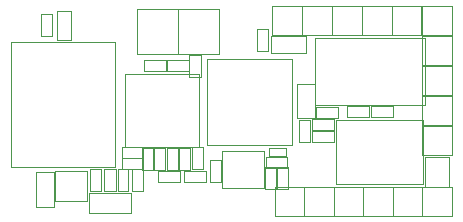
<source format=gbr>
G04 #@! TF.GenerationSoftware,KiCad,Pcbnew,8.0.6*
G04 #@! TF.CreationDate,2024-11-11T10:15:46+01:00*
G04 #@! TF.ProjectId,V1,56312e6b-6963-4616-945f-706362585858,r0.1*
G04 #@! TF.SameCoordinates,Original*
G04 #@! TF.FileFunction,Other,User*
%FSLAX46Y46*%
G04 Gerber Fmt 4.6, Leading zero omitted, Abs format (unit mm)*
G04 Created by KiCad (PCBNEW 8.0.6) date 2024-11-11 10:15:46*
%MOMM*%
%LPD*%
G01*
G04 APERTURE LIST*
%ADD10C,0.050000*%
G04 APERTURE END LIST*
D10*
G04 #@! TO.C,P25*
X133040000Y-98750000D02*
X135540000Y-98750000D01*
X133040000Y-101250000D02*
X133040000Y-98750000D01*
X133040000Y-101250000D02*
X135540000Y-101250000D01*
X135540000Y-101250000D02*
X135540000Y-98750000D01*
G04 #@! TO.C,P28*
X133040000Y-101290000D02*
X135540000Y-101290000D01*
X133040000Y-103790000D02*
X133040000Y-101290000D01*
X133040000Y-103790000D02*
X135540000Y-103790000D01*
X135540000Y-103790000D02*
X135540000Y-101290000D01*
G04 #@! TO.C,P7*
X128050000Y-106471500D02*
X128050000Y-108971500D01*
X128050000Y-106471500D02*
X130550000Y-106471500D01*
X128050000Y-108971500D02*
X130550000Y-108971500D01*
X130550000Y-106471500D02*
X130550000Y-108971500D01*
G04 #@! TO.C,P18*
X127950000Y-93630000D02*
X127950000Y-91130000D01*
X130450000Y-91130000D02*
X127950000Y-91130000D01*
X130450000Y-93630000D02*
X127950000Y-93630000D01*
X130450000Y-93630000D02*
X130450000Y-91130000D01*
G04 #@! TO.C,P17*
X122880000Y-93630000D02*
X122880000Y-91130000D01*
X125380000Y-91130000D02*
X122880000Y-91130000D01*
X125380000Y-93630000D02*
X122880000Y-93630000D01*
X125380000Y-93630000D02*
X125380000Y-91130000D01*
G04 #@! TO.C,P15*
X120350000Y-93650000D02*
X120350000Y-91150000D01*
X122850000Y-91150000D02*
X120350000Y-91150000D01*
X122850000Y-93650000D02*
X120350000Y-93650000D01*
X122850000Y-93650000D02*
X122850000Y-91150000D01*
G04 #@! TO.C,P12*
X125550000Y-106450000D02*
X125550000Y-108950000D01*
X125550000Y-106450000D02*
X128050000Y-106450000D01*
X125550000Y-108950000D02*
X128050000Y-108950000D01*
X128050000Y-106450000D02*
X128050000Y-108950000D01*
G04 #@! TO.C,P14*
X133050000Y-93650000D02*
X133050000Y-91150000D01*
X135550000Y-91150000D02*
X133050000Y-91150000D01*
X135550000Y-93650000D02*
X133050000Y-93650000D01*
X135550000Y-93650000D02*
X135550000Y-91150000D01*
G04 #@! TO.C,P13*
X130450000Y-93650000D02*
X130450000Y-91150000D01*
X132950000Y-91150000D02*
X130450000Y-91150000D01*
X132950000Y-93650000D02*
X130450000Y-93650000D01*
X132950000Y-93650000D02*
X132950000Y-91150000D01*
G04 #@! TO.C,P9*
X133050000Y-106471500D02*
X133050000Y-108971500D01*
X133050000Y-106471500D02*
X135550000Y-106471500D01*
X133050000Y-108971500D02*
X135550000Y-108971500D01*
X135550000Y-106471500D02*
X135550000Y-108971500D01*
G04 #@! TO.C,P8*
X130550000Y-106471500D02*
X130550000Y-108971500D01*
X130550000Y-106471500D02*
X133050000Y-106471500D01*
X130550000Y-108971500D02*
X133050000Y-108971500D01*
X133050000Y-106471500D02*
X133050000Y-108971500D01*
G04 #@! TO.C,D3*
X102120000Y-91610000D02*
X103290000Y-91610000D01*
X102120000Y-94010000D02*
X102120000Y-91610000D01*
X103290000Y-91610000D02*
X103290000Y-94010000D01*
X103290000Y-94010000D02*
X102120000Y-94010000D01*
G04 #@! TO.C,C9*
X119030000Y-93070000D02*
X119970000Y-93070000D01*
X119030000Y-94930000D02*
X119030000Y-93070000D01*
X119970000Y-93070000D02*
X119970000Y-94930000D01*
X119970000Y-94930000D02*
X119030000Y-94930000D01*
G04 #@! TO.C,P31*
X133040000Y-96210000D02*
X135540000Y-96210000D01*
X133040000Y-98710000D02*
X133040000Y-96210000D01*
X133040000Y-98710000D02*
X135540000Y-98710000D01*
X135540000Y-98710000D02*
X135540000Y-96210000D01*
G04 #@! TO.C,P30*
X133040000Y-93670000D02*
X135540000Y-93670000D01*
X133040000Y-96170000D02*
X133040000Y-93670000D01*
X133040000Y-96170000D02*
X135540000Y-96170000D01*
X135540000Y-96170000D02*
X135540000Y-93670000D01*
G04 #@! TO.C,P11*
X123050000Y-106450000D02*
X123050000Y-108950000D01*
X123050000Y-106450000D02*
X125550000Y-106450000D01*
X123050000Y-108950000D02*
X125550000Y-108950000D01*
X125550000Y-106450000D02*
X125550000Y-108950000D01*
G04 #@! TO.C,P10*
X120550000Y-106450000D02*
X120550000Y-108950000D01*
X120550000Y-106450000D02*
X123050000Y-106450000D01*
X120550000Y-108950000D02*
X123050000Y-108950000D01*
X123050000Y-106450000D02*
X123050000Y-108950000D01*
G04 #@! TO.C,P16*
X125420000Y-93630000D02*
X125420000Y-91130000D01*
X127920000Y-91130000D02*
X125420000Y-91130000D01*
X127920000Y-93630000D02*
X125420000Y-93630000D01*
X127920000Y-93630000D02*
X127920000Y-91130000D01*
G04 #@! TO.C,J1*
X98250000Y-94180000D02*
X98250000Y-104820000D01*
X107000000Y-94180000D02*
X98250000Y-94180000D01*
X107000000Y-94180000D02*
X107000000Y-104820000D01*
X107000000Y-104820000D02*
X98250000Y-104820000D01*
G04 #@! TO.C,C19*
X122470000Y-97720000D02*
X123930000Y-97720000D01*
X122470000Y-100680000D02*
X122470000Y-97720000D01*
X123930000Y-97720000D02*
X123930000Y-100680000D01*
X123930000Y-100680000D02*
X122470000Y-100680000D01*
G04 #@! TO.C,R13*
X100730000Y-91870000D02*
X101670000Y-91870000D01*
X100730000Y-93730000D02*
X100730000Y-91870000D01*
X101670000Y-91870000D02*
X101670000Y-93730000D01*
X101670000Y-93730000D02*
X100730000Y-93730000D01*
G04 #@! TO.C,R10*
X110670000Y-105130000D02*
X112530000Y-105130000D01*
X110670000Y-106070000D02*
X110670000Y-105130000D01*
X112530000Y-105130000D02*
X112530000Y-106070000D01*
X112530000Y-106070000D02*
X110670000Y-106070000D01*
G04 #@! TO.C,C12*
X113330000Y-95270000D02*
X114270000Y-95270000D01*
X113330000Y-97130000D02*
X113330000Y-95270000D01*
X114270000Y-95270000D02*
X114270000Y-97130000D01*
X114270000Y-97130000D02*
X113330000Y-97130000D01*
G04 #@! TO.C,U7*
X107900000Y-96900000D02*
X107900000Y-103100000D01*
X107900000Y-103100000D02*
X114100000Y-103100000D01*
X114100000Y-96900000D02*
X107900000Y-96900000D01*
X114100000Y-103100000D02*
X114100000Y-96900000D01*
G04 #@! TO.C,R1*
X112870000Y-105130000D02*
X114730000Y-105130000D01*
X112870000Y-106070000D02*
X112870000Y-105130000D01*
X114730000Y-105130000D02*
X114730000Y-106070000D01*
X114730000Y-106070000D02*
X112870000Y-106070000D01*
G04 #@! TO.C,U5*
X101970000Y-105150000D02*
X101970000Y-107650000D01*
X101970000Y-107650000D02*
X104630000Y-107650000D01*
X104630000Y-105150000D02*
X101970000Y-105150000D01*
X104630000Y-107650000D02*
X104630000Y-105150000D01*
G04 #@! TO.C,C3*
X115030000Y-104170000D02*
X115970000Y-104170000D01*
X115030000Y-106030000D02*
X115030000Y-104170000D01*
X115970000Y-104170000D02*
X115970000Y-106030000D01*
X115970000Y-106030000D02*
X115030000Y-106030000D01*
G04 #@! TO.C,U4*
X123950000Y-93840000D02*
X123950000Y-99560000D01*
X123950000Y-99560000D02*
X133250000Y-99560000D01*
X133250000Y-93840000D02*
X123950000Y-93840000D01*
X133250000Y-99560000D02*
X133250000Y-93840000D01*
G04 #@! TO.C,R16*
X110330000Y-103170000D02*
X111270000Y-103170000D01*
X110330000Y-105030000D02*
X110330000Y-103170000D01*
X111270000Y-103170000D02*
X111270000Y-105030000D01*
X111270000Y-105030000D02*
X110330000Y-105030000D01*
G04 #@! TO.C,R21*
X109470000Y-95730000D02*
X111330000Y-95730000D01*
X109470000Y-96670000D02*
X109470000Y-95730000D01*
X111330000Y-95730000D02*
X111330000Y-96670000D01*
X111330000Y-96670000D02*
X109470000Y-96670000D01*
G04 #@! TO.C,C14*
X120220000Y-93670000D02*
X123180000Y-93670000D01*
X120220000Y-95130000D02*
X120220000Y-93670000D01*
X123180000Y-93670000D02*
X123180000Y-95130000D01*
X123180000Y-95130000D02*
X120220000Y-95130000D01*
G04 #@! TO.C,RN1*
X133300000Y-103950000D02*
X133300000Y-106450000D01*
X133300000Y-103950000D02*
X135300000Y-103950000D01*
X135300000Y-106450000D02*
X133300000Y-106450000D01*
X135300000Y-106450000D02*
X135300000Y-103950000D01*
G04 #@! TO.C,Q1*
X112350000Y-91400000D02*
X115850000Y-91400000D01*
X112350000Y-95200000D02*
X112350000Y-91400000D01*
X115850000Y-91400000D02*
X115850000Y-95200000D01*
X115850000Y-95200000D02*
X112350000Y-95200000D01*
G04 #@! TO.C,L2*
X122630000Y-100770000D02*
X123570000Y-100770000D01*
X122630000Y-102630000D02*
X122630000Y-100770000D01*
X123570000Y-100770000D02*
X123570000Y-102630000D01*
X123570000Y-102630000D02*
X122630000Y-102630000D01*
G04 #@! TO.C,C11*
X123670000Y-101730000D02*
X125530000Y-101730000D01*
X123670000Y-102670000D02*
X123670000Y-101730000D01*
X125530000Y-101730000D02*
X125530000Y-102670000D01*
X125530000Y-102670000D02*
X123670000Y-102670000D01*
G04 #@! TO.C,C20*
X107590000Y-104040000D02*
X109410000Y-104040000D01*
X107590000Y-104960000D02*
X107590000Y-104040000D01*
X109410000Y-104040000D02*
X109410000Y-104960000D01*
X109410000Y-104960000D02*
X107590000Y-104960000D01*
G04 #@! TO.C,C4*
X119730000Y-104770000D02*
X120670000Y-104770000D01*
X119730000Y-106630000D02*
X119730000Y-104770000D01*
X120670000Y-104770000D02*
X120670000Y-106630000D01*
X120670000Y-106630000D02*
X119730000Y-106630000D01*
G04 #@! TO.C,R8*
X104930000Y-104970000D02*
X105870000Y-104970000D01*
X104930000Y-106830000D02*
X104930000Y-104970000D01*
X105870000Y-104970000D02*
X105870000Y-106830000D01*
X105870000Y-106830000D02*
X104930000Y-106830000D01*
G04 #@! TO.C,R22*
X112430000Y-103170000D02*
X113370000Y-103170000D01*
X112430000Y-105030000D02*
X112430000Y-103170000D01*
X113370000Y-103170000D02*
X113370000Y-105030000D01*
X113370000Y-105030000D02*
X112430000Y-105030000D01*
G04 #@! TO.C,C2*
X128670000Y-99630000D02*
X130530000Y-99630000D01*
X128670000Y-100570000D02*
X128670000Y-99630000D01*
X130530000Y-99630000D02*
X130530000Y-100570000D01*
X130530000Y-100570000D02*
X128670000Y-100570000D01*
G04 #@! TO.C,C1*
X126670000Y-99630000D02*
X128530000Y-99630000D01*
X126670000Y-100570000D02*
X126670000Y-99630000D01*
X128530000Y-99630000D02*
X128530000Y-100570000D01*
X128530000Y-100570000D02*
X126670000Y-100570000D01*
G04 #@! TO.C,C10*
X123670000Y-100730000D02*
X125530000Y-100730000D01*
X123670000Y-101670000D02*
X123670000Y-100730000D01*
X125530000Y-100730000D02*
X125530000Y-101670000D01*
X125530000Y-101670000D02*
X123670000Y-101670000D01*
G04 #@! TO.C,Y1*
X116120000Y-103470000D02*
X116120000Y-106530000D01*
X119680000Y-103470000D02*
X116120000Y-103470000D01*
X119680000Y-106530000D02*
X116120000Y-106530000D01*
X119680000Y-106530000D02*
X119680000Y-103470000D01*
G04 #@! TO.C,C18*
X107610000Y-103070000D02*
X109430000Y-103070000D01*
X107610000Y-103990000D02*
X107610000Y-103070000D01*
X109430000Y-103070000D02*
X109430000Y-103990000D01*
X109430000Y-103990000D02*
X107610000Y-103990000D01*
G04 #@! TO.C,C15*
X124070000Y-99730000D02*
X125930000Y-99730000D01*
X124070000Y-100670000D02*
X124070000Y-99730000D01*
X125930000Y-99730000D02*
X125930000Y-100670000D01*
X125930000Y-100670000D02*
X124070000Y-100670000D01*
G04 #@! TO.C,R17*
X109330000Y-103170000D02*
X110270000Y-103170000D01*
X109330000Y-105030000D02*
X109330000Y-103170000D01*
X110270000Y-103170000D02*
X110270000Y-105030000D01*
X110270000Y-105030000D02*
X109330000Y-105030000D01*
G04 #@! TO.C,C17*
X120740000Y-104790000D02*
X121660000Y-104790000D01*
X120740000Y-106610000D02*
X120740000Y-104790000D01*
X121660000Y-104790000D02*
X121660000Y-106610000D01*
X121660000Y-106610000D02*
X120740000Y-106610000D01*
G04 #@! TO.C,Q2*
X108850000Y-91400000D02*
X112350000Y-91400000D01*
X108850000Y-95200000D02*
X108850000Y-91400000D01*
X112350000Y-91400000D02*
X112350000Y-95200000D01*
X112350000Y-95200000D02*
X108850000Y-95200000D01*
G04 #@! TO.C,C6*
X107240000Y-104990000D02*
X108160000Y-104990000D01*
X107240000Y-106810000D02*
X107240000Y-104990000D01*
X108160000Y-104990000D02*
X108160000Y-106810000D01*
X108160000Y-106810000D02*
X107240000Y-106810000D01*
G04 #@! TO.C,L1*
X104850000Y-106950000D02*
X108350000Y-106950000D01*
X104850000Y-108650000D02*
X104850000Y-106950000D01*
X108350000Y-106950000D02*
X108350000Y-108650000D01*
X108350000Y-108650000D02*
X104850000Y-108650000D01*
G04 #@! TO.C,R18*
X111430000Y-103170000D02*
X112370000Y-103170000D01*
X111430000Y-105030000D02*
X111430000Y-103170000D01*
X112370000Y-103170000D02*
X112370000Y-105030000D01*
X112370000Y-105030000D02*
X111430000Y-105030000D01*
G04 #@! TO.C,U3*
X114775000Y-95675000D02*
X122025000Y-95675000D01*
X114775000Y-102925000D02*
X114775000Y-95675000D01*
X122025000Y-95675000D02*
X122025000Y-102925000D01*
X122025000Y-102925000D02*
X114775000Y-102925000D01*
G04 #@! TO.C,U2*
X125700000Y-100800000D02*
X125700000Y-106200000D01*
X125700000Y-106200000D02*
X133100000Y-106200000D01*
X133100000Y-100800000D02*
X125700000Y-100800000D01*
X133100000Y-106200000D02*
X133100000Y-100800000D01*
G04 #@! TO.C,C13*
X113530000Y-103070000D02*
X114470000Y-103070000D01*
X113530000Y-104930000D02*
X113530000Y-103070000D01*
X114470000Y-103070000D02*
X114470000Y-104930000D01*
X114470000Y-104930000D02*
X113530000Y-104930000D01*
G04 #@! TO.C,C5*
X100370000Y-105220000D02*
X101830000Y-105220000D01*
X100370000Y-108180000D02*
X100370000Y-105220000D01*
X101830000Y-105220000D02*
X101830000Y-108180000D01*
X101830000Y-108180000D02*
X100370000Y-108180000D01*
G04 #@! TO.C,R7*
X106130000Y-104970000D02*
X107070000Y-104970000D01*
X106130000Y-106830000D02*
X106130000Y-104970000D01*
X107070000Y-104970000D02*
X107070000Y-106830000D01*
X107070000Y-106830000D02*
X106130000Y-106830000D01*
G04 #@! TO.C,R15*
X119770000Y-103930000D02*
X121630000Y-103930000D01*
X119770000Y-104870000D02*
X119770000Y-103930000D01*
X121630000Y-103930000D02*
X121630000Y-104870000D01*
X121630000Y-104870000D02*
X119770000Y-104870000D01*
G04 #@! TO.C,C16*
X120100000Y-103150000D02*
X121500000Y-103150000D01*
X120100000Y-103850000D02*
X120100000Y-103150000D01*
X121500000Y-103150000D02*
X121500000Y-103850000D01*
X121500000Y-103850000D02*
X120100000Y-103850000D01*
G04 #@! TO.C,R20*
X111470000Y-95730000D02*
X113330000Y-95730000D01*
X111470000Y-96670000D02*
X111470000Y-95730000D01*
X113330000Y-95730000D02*
X113330000Y-96670000D01*
X113330000Y-96670000D02*
X111470000Y-96670000D01*
G04 #@! TO.C,C7*
X108440000Y-104990000D02*
X109360000Y-104990000D01*
X108440000Y-106810000D02*
X108440000Y-104990000D01*
X109360000Y-104990000D02*
X109360000Y-106810000D01*
X109360000Y-106810000D02*
X108440000Y-106810000D01*
G04 #@! TD*
M02*

</source>
